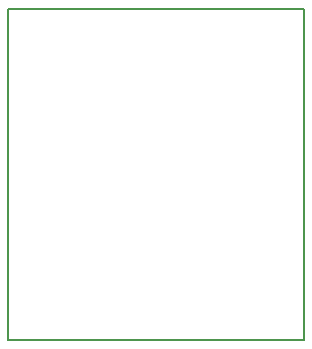
<source format=gko>
G04 #@! TF.FileFunction,Profile,NP*
%FSLAX46Y46*%
G04 Gerber Fmt 4.6, Leading zero omitted, Abs format (unit mm)*
G04 Created by KiCad (PCBNEW 4.0.7) date 04/30/18 06:53:42*
%MOMM*%
%LPD*%
G01*
G04 APERTURE LIST*
%ADD10C,0.100000*%
%ADD11C,0.150000*%
G04 APERTURE END LIST*
D10*
D11*
X105000000Y-98000000D02*
X105000000Y-70000000D01*
X130000000Y-98000000D02*
X105000000Y-98000000D01*
X130000000Y-70000000D02*
X130000000Y-98000000D01*
X105000000Y-70000000D02*
X130000000Y-70000000D01*
M02*

</source>
